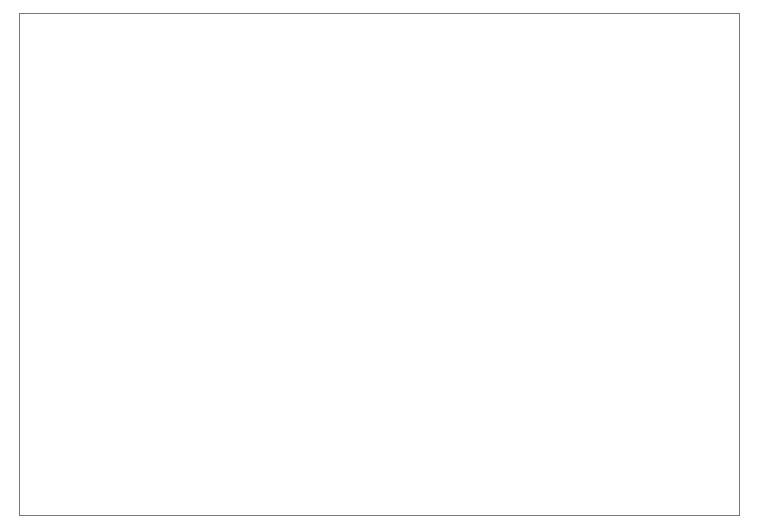
<source format=gbr>
%TF.GenerationSoftware,KiCad,Pcbnew,8.0.5*%
%TF.CreationDate,2024-10-02T16:41:57+03:00*%
%TF.ProjectId,shutter,73687574-7465-4722-9e6b-696361645f70,rev?*%
%TF.SameCoordinates,Original*%
%TF.FileFunction,Profile,NP*%
%FSLAX46Y46*%
G04 Gerber Fmt 4.6, Leading zero omitted, Abs format (unit mm)*
G04 Created by KiCad (PCBNEW 8.0.5) date 2024-10-02 16:41:57*
%MOMM*%
%LPD*%
G01*
G04 APERTURE LIST*
%TA.AperFunction,Profile*%
%ADD10C,0.100000*%
%TD*%
G04 APERTURE END LIST*
D10*
X173500000Y-113000000D02*
X173500000Y-70500000D01*
X112500000Y-113000000D02*
X173500000Y-113000000D01*
X112500000Y-70500000D02*
X112500000Y-113000000D01*
X173500000Y-70500000D02*
X112500000Y-70500000D01*
M02*

</source>
